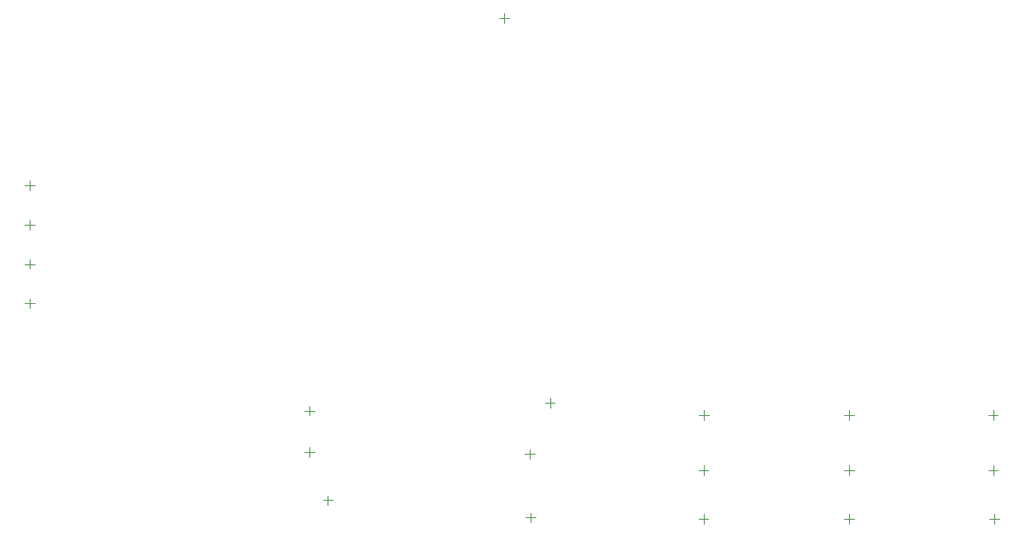
<source format=gbr>
%FSTAX23Y23*%
%MOIN*%
%SFA1B1*%

%IPPOS*%
%ADD13C,0.003937*%
%LNbrushed_pcb_top_component_center-1*%
%LPD*%
G54D13*
X-00214Y-00754D02*
X-00175D01*
X-00195Y-00774D02*
Y-00735D01*
X00507Y-01036D02*
Y-00997D01*
X00487Y-01016D02*
X00526D01*
X01096Y-00616D02*
Y-00577D01*
X01076Y-00596D02*
X01116D01*
X-01105Y-00748D02*
X-01065D01*
X-01085Y-00767D02*
Y-00728D01*
X-01084Y-00598D02*
Y-00559D01*
X-01104Y-00579D02*
X-01064D01*
X-01011Y-00961D02*
Y-00922D01*
X-0103Y-00941D02*
X-00991D01*
X-02235Y00332D02*
X-02195D01*
X-02215Y00312D02*
Y00352D01*
Y00153D02*
Y00192D01*
X-02235Y00172D02*
X-02195D01*
X-02215Y-00004D02*
Y00034D01*
X-02235Y00015D02*
X-02195D01*
X-02215Y-00164D02*
Y-00125D01*
X-02235Y-00144D02*
X-02195D01*
X-00299Y0099D02*
Y01029D01*
X-00318Y01009D02*
X-00279D01*
X-00212Y-01011D02*
X-00173D01*
X-00193Y-01031D02*
Y-00992D01*
X01096Y-00839D02*
Y-008D01*
X01076Y-0082D02*
X01116D01*
X00488Y-00596D02*
X00527D01*
X00507Y-00616D02*
Y-00577D01*
X01657Y-00596D02*
X01696D01*
X01677Y-00616D02*
Y-00577D01*
X-00113Y-00566D02*
Y-00527D01*
X-00133Y-00547D02*
X-00094D01*
X00487Y-0082D02*
X00526D01*
X00507Y-00839D02*
Y-008D01*
X01076Y-01016D02*
X01116D01*
X01096Y-01036D02*
Y-00997D01*
X0166Y-01016D02*
X017D01*
X0168Y-01036D02*
Y-00997D01*
X01657Y-0082D02*
X01696D01*
X01677Y-00839D02*
Y-008D01*
M02*
</source>
